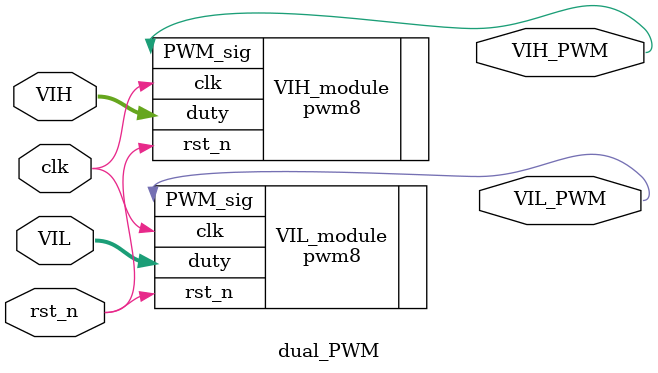
<source format=v>
module dual_PWM(clk, rst_n, VIH, VIL, VIH_PWM, VIL_PWM);
	input clk, rst_n;
	input[7:0] VIH, VIL;
	output VIH_PWM, VIL_PWM;
	
	pwm8 VIH_module(.duty(VIH), .clk(clk), .rst_n(rst_n), .PWM_sig(VIH_PWM));
	pwm8 VIL_module(.duty(VIL), .clk(clk), .rst_n(rst_n), .PWM_sig(VIL_PWM));

endmodule
</source>
